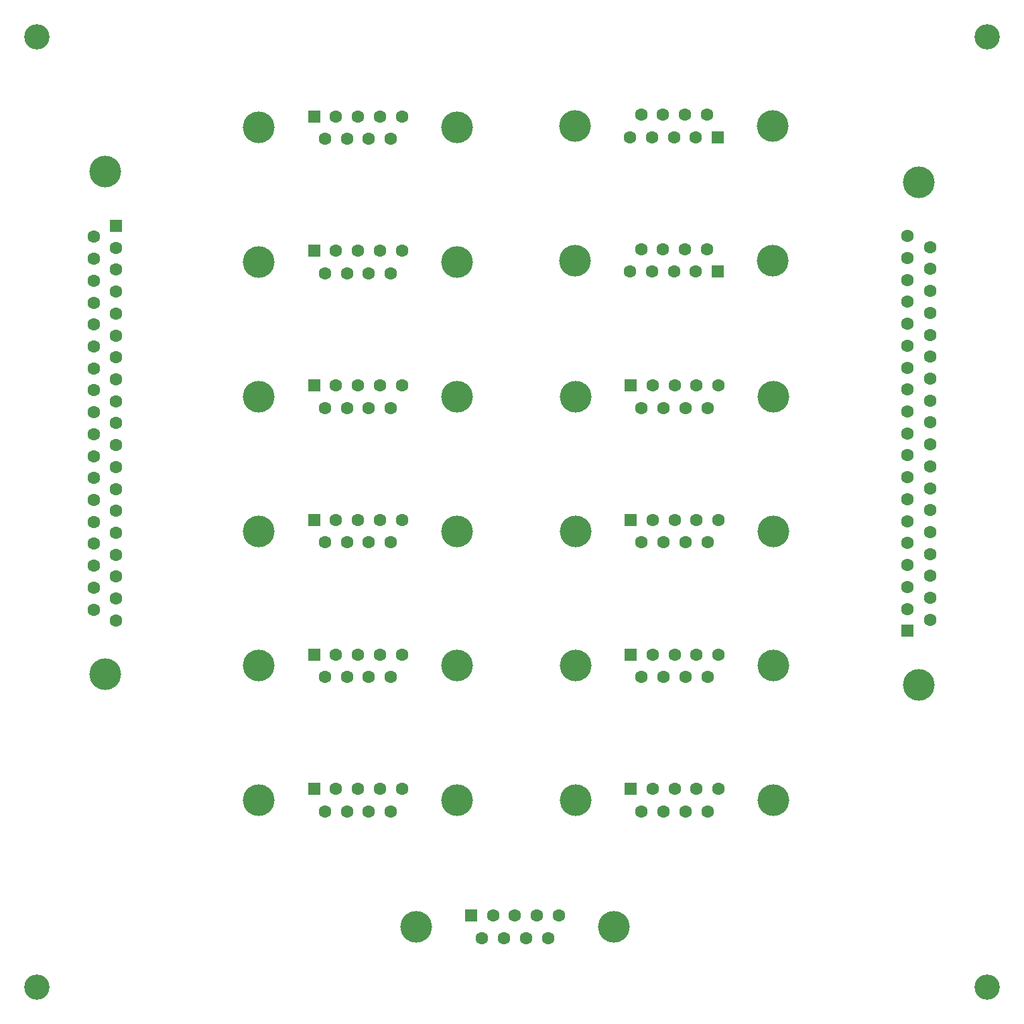
<source format=gbr>
%TF.GenerationSoftware,KiCad,Pcbnew,7.0.9*%
%TF.CreationDate,2023-12-30T13:25:45-08:00*%
%TF.ProjectId,Interconnect Board,496e7465-7263-46f6-9e6e-65637420426f,v1.3*%
%TF.SameCoordinates,Original*%
%TF.FileFunction,Soldermask,Bot*%
%TF.FilePolarity,Negative*%
%FSLAX46Y46*%
G04 Gerber Fmt 4.6, Leading zero omitted, Abs format (unit mm)*
G04 Created by KiCad (PCBNEW 7.0.9) date 2023-12-30 13:25:45*
%MOMM*%
%LPD*%
G01*
G04 APERTURE LIST*
%ADD10C,4.000000*%
%ADD11R,1.600000X1.600000*%
%ADD12C,1.600000*%
%ADD13C,3.200000*%
G04 APERTURE END LIST*
D10*
%TO.C,XPNDR_Serial_2*%
X134622000Y-45069100D03*
X159622000Y-45069100D03*
D11*
X141582000Y-43649100D03*
D12*
X144352000Y-43649100D03*
X147122000Y-43649100D03*
X149892000Y-43649100D03*
X152662000Y-43649100D03*
X142967000Y-46489100D03*
X145737000Y-46489100D03*
X148507000Y-46489100D03*
X151277000Y-46489100D03*
%TD*%
D10*
%TO.C,VPX_Serial_3*%
X134622000Y-62069100D03*
X159622000Y-62069100D03*
D11*
X141582000Y-60649100D03*
D12*
X144352000Y-60649100D03*
X147122000Y-60649100D03*
X149892000Y-60649100D03*
X152662000Y-60649100D03*
X142967000Y-63489100D03*
X145737000Y-63489100D03*
X148507000Y-63489100D03*
X151277000Y-63489100D03*
%TD*%
D10*
%TO.C,SkyView_3*%
X174622000Y-96069100D03*
X199622000Y-96069100D03*
D11*
X181582000Y-94649100D03*
D12*
X184352000Y-94649100D03*
X187122000Y-94649100D03*
X189892000Y-94649100D03*
X192662000Y-94649100D03*
X182967000Y-97489100D03*
X185737000Y-97489100D03*
X188507000Y-97489100D03*
X191277000Y-97489100D03*
%TD*%
D10*
%TO.C,SkyView_2*%
X174622000Y-79069100D03*
X199622000Y-79069100D03*
D11*
X181582000Y-77649100D03*
D12*
X184352000Y-77649100D03*
X187122000Y-77649100D03*
X189892000Y-77649100D03*
X192662000Y-77649100D03*
X182967000Y-80489100D03*
X185737000Y-80489100D03*
X188507000Y-80489100D03*
X191277000Y-80489100D03*
%TD*%
%TO.C,SkyView_1*%
X191277000Y-63489100D03*
X188507000Y-63489100D03*
X185737000Y-63489100D03*
X182967000Y-63489100D03*
X192662000Y-60649100D03*
X189892000Y-60649100D03*
X187122000Y-60649100D03*
X184352000Y-60649100D03*
D11*
X181582000Y-60649100D03*
D10*
X199622000Y-62069100D03*
X174622000Y-62069100D03*
%TD*%
%TO.C,Power_Input_1*%
X154464100Y-129069100D03*
X179464100Y-129069100D03*
D11*
X161424100Y-127649100D03*
D12*
X164194100Y-127649100D03*
X166964100Y-127649100D03*
X169734100Y-127649100D03*
X172504100Y-127649100D03*
X162809100Y-130489100D03*
X165579100Y-130489100D03*
X168349100Y-130489100D03*
X171119100Y-130489100D03*
%TD*%
D10*
%TO.C,Ident_&_Dimmer_Input_1*%
X134622000Y-113069100D03*
X159622000Y-113069100D03*
D11*
X141582000Y-111649100D03*
D12*
X144352000Y-111649100D03*
X147122000Y-111649100D03*
X149892000Y-111649100D03*
X152662000Y-111649100D03*
X142967000Y-114489100D03*
X145737000Y-114489100D03*
X148507000Y-114489100D03*
X151277000Y-114489100D03*
%TD*%
D10*
%TO.C,GPS_Serial_5*%
X134622000Y-96069100D03*
X159622000Y-96069100D03*
D11*
X141582000Y-94649100D03*
D12*
X144352000Y-94649100D03*
X147122000Y-94649100D03*
X149892000Y-94649100D03*
X152662000Y-94649100D03*
X142967000Y-97489100D03*
X145737000Y-97489100D03*
X148507000Y-97489100D03*
X151277000Y-97489100D03*
%TD*%
D10*
%TO.C,ELT_Serial_4*%
X134622000Y-79069100D03*
X159622000Y-79069100D03*
D11*
X141582000Y-77649100D03*
D12*
X144352000Y-77649100D03*
X147122000Y-77649100D03*
X149892000Y-77649100D03*
X152662000Y-77649100D03*
X142967000Y-80489100D03*
X145737000Y-80489100D03*
X148507000Y-80489100D03*
X151277000Y-80489100D03*
%TD*%
D10*
%TO.C,Dimmer_&_Audio_Output_1*%
X174622000Y-113069100D03*
X199622000Y-113069100D03*
D11*
X181582000Y-111649100D03*
D12*
X184352000Y-111649100D03*
X187122000Y-111649100D03*
X189892000Y-111649100D03*
X192662000Y-111649100D03*
X182967000Y-114489100D03*
X185737000Y-114489100D03*
X188507000Y-114489100D03*
X191277000Y-114489100D03*
%TD*%
D10*
%TO.C,AP_Roll_SV_Net_2*%
X199546200Y-27865200D03*
X174546200Y-27865200D03*
D11*
X192586200Y-29285200D03*
D12*
X189816200Y-29285200D03*
X187046200Y-29285200D03*
X184276200Y-29285200D03*
X181506200Y-29285200D03*
X191201200Y-26445200D03*
X188431200Y-26445200D03*
X185661200Y-26445200D03*
X182891200Y-26445200D03*
%TD*%
D10*
%TO.C,AP_Pitch_SV_Net_1*%
X199546200Y-44865200D03*
X174546200Y-44865200D03*
D11*
X192586200Y-46285200D03*
D12*
X189816200Y-46285200D03*
X187046200Y-46285200D03*
X184276200Y-46285200D03*
X181506200Y-46285200D03*
X191201200Y-43445200D03*
X188431200Y-43445200D03*
X185661200Y-43445200D03*
X182891200Y-43445200D03*
%TD*%
D10*
%TO.C,ADSB_Serial_1*%
X134622000Y-28069100D03*
X159622000Y-28069100D03*
D11*
X141582000Y-26649100D03*
D12*
X144352000Y-26649100D03*
X147122000Y-26649100D03*
X149892000Y-26649100D03*
X152662000Y-26649100D03*
X142967000Y-29489100D03*
X145737000Y-29489100D03*
X148507000Y-29489100D03*
X151277000Y-29489100D03*
%TD*%
D13*
%TO.C,MountingHole_3*%
X226582000Y-136649100D03*
%TD*%
%TO.C,MountingHole_1*%
X106582000Y-16649100D03*
%TD*%
%TO.C,MountingHole_4*%
X226582000Y-16649100D03*
%TD*%
D10*
%TO.C,MFD_Main_2*%
X218002000Y-98469100D03*
X218002000Y-34969100D03*
D11*
X216582000Y-91649100D03*
D12*
X216582000Y-88879100D03*
X216582000Y-86109100D03*
X216582000Y-83339100D03*
X216582000Y-80569100D03*
X216582000Y-77799100D03*
X216582000Y-75029100D03*
X216582000Y-72259100D03*
X216582000Y-69489100D03*
X216582000Y-66719100D03*
X216582000Y-63949100D03*
X216582000Y-61179100D03*
X216582000Y-58409100D03*
X216582000Y-55639100D03*
X216582000Y-52869100D03*
X216582000Y-50099100D03*
X216582000Y-47329100D03*
X216582000Y-44559100D03*
X216582000Y-41789100D03*
X219422000Y-90264100D03*
X219422000Y-87494100D03*
X219422000Y-84724100D03*
X219422000Y-81954100D03*
X219422000Y-79184100D03*
X219422000Y-76414100D03*
X219422000Y-73644100D03*
X219422000Y-70874100D03*
X219422000Y-68104100D03*
X219422000Y-65334100D03*
X219422000Y-62564100D03*
X219422000Y-59794100D03*
X219422000Y-57024100D03*
X219422000Y-54254100D03*
X219422000Y-51484100D03*
X219422000Y-48714100D03*
X219422000Y-45944100D03*
X219422000Y-43174100D03*
%TD*%
D10*
%TO.C,PFD_Main_1*%
X115162000Y-33673100D03*
X115162000Y-97173100D03*
D11*
X116582000Y-40493100D03*
D12*
X116582000Y-43263100D03*
X116582000Y-46033100D03*
X116582000Y-48803100D03*
X116582000Y-51573100D03*
X116582000Y-54343100D03*
X116582000Y-57113100D03*
X116582000Y-59883100D03*
X116582000Y-62653100D03*
X116582000Y-65423100D03*
X116582000Y-68193100D03*
X116582000Y-70963100D03*
X116582000Y-73733100D03*
X116582000Y-76503100D03*
X116582000Y-79273100D03*
X116582000Y-82043100D03*
X116582000Y-84813100D03*
X116582000Y-87583100D03*
X116582000Y-90353100D03*
X113742000Y-41878100D03*
X113742000Y-44648100D03*
X113742000Y-47418100D03*
X113742000Y-50188100D03*
X113742000Y-52958100D03*
X113742000Y-55728100D03*
X113742000Y-58498100D03*
X113742000Y-61268100D03*
X113742000Y-64038100D03*
X113742000Y-66808100D03*
X113742000Y-69578100D03*
X113742000Y-72348100D03*
X113742000Y-75118100D03*
X113742000Y-77888100D03*
X113742000Y-80658100D03*
X113742000Y-83428100D03*
X113742000Y-86198100D03*
X113742000Y-88968100D03*
%TD*%
D13*
%TO.C,MountingHole_2*%
X106581986Y-136649143D03*
%TD*%
M02*

</source>
